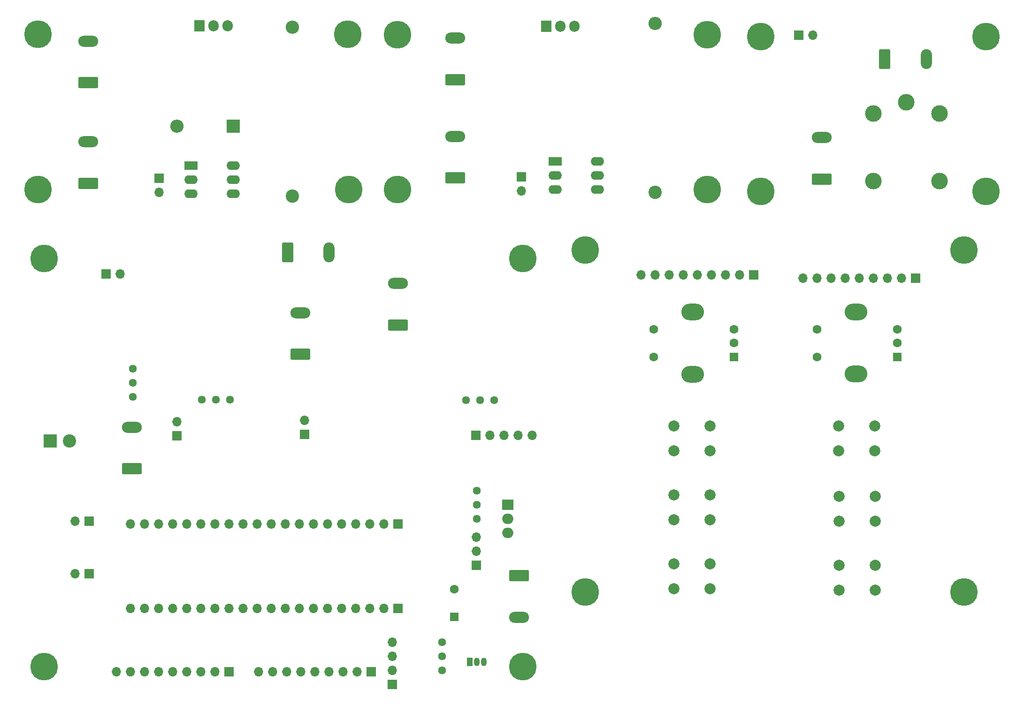
<source format=gbr>
%TF.GenerationSoftware,KiCad,Pcbnew,8.0.2*%
%TF.CreationDate,2025-04-12T12:52:08+03:00*%
%TF.ProjectId,Station,53746174-696f-46e2-9e6b-696361645f70,rev?*%
%TF.SameCoordinates,Original*%
%TF.FileFunction,Copper,L1,Top*%
%TF.FilePolarity,Positive*%
%FSLAX46Y46*%
G04 Gerber Fmt 4.6, Leading zero omitted, Abs format (unit mm)*
G04 Created by KiCad (PCBNEW 8.0.2) date 2025-04-12 12:52:08*
%MOMM*%
%LPD*%
G01*
G04 APERTURE LIST*
G04 Aperture macros list*
%AMRoundRect*
0 Rectangle with rounded corners*
0 $1 Rounding radius*
0 $2 $3 $4 $5 $6 $7 $8 $9 X,Y pos of 4 corners*
0 Add a 4 corners polygon primitive as box body*
4,1,4,$2,$3,$4,$5,$6,$7,$8,$9,$2,$3,0*
0 Add four circle primitives for the rounded corners*
1,1,$1+$1,$2,$3*
1,1,$1+$1,$4,$5*
1,1,$1+$1,$6,$7*
1,1,$1+$1,$8,$9*
0 Add four rect primitives between the rounded corners*
20,1,$1+$1,$2,$3,$4,$5,0*
20,1,$1+$1,$4,$5,$6,$7,0*
20,1,$1+$1,$6,$7,$8,$9,0*
20,1,$1+$1,$8,$9,$2,$3,0*%
G04 Aperture macros list end*
%TA.AperFunction,ComponentPad*%
%ADD10C,1.440000*%
%TD*%
%TA.AperFunction,ComponentPad*%
%ADD11R,1.700000X1.700000*%
%TD*%
%TA.AperFunction,ComponentPad*%
%ADD12O,1.700000X1.700000*%
%TD*%
%TA.AperFunction,ComponentPad*%
%ADD13R,1.050000X1.500000*%
%TD*%
%TA.AperFunction,ComponentPad*%
%ADD14O,1.050000X1.500000*%
%TD*%
%TA.AperFunction,ComponentPad*%
%ADD15R,2.400000X2.400000*%
%TD*%
%TA.AperFunction,ComponentPad*%
%ADD16C,2.400000*%
%TD*%
%TA.AperFunction,ComponentPad*%
%ADD17RoundRect,0.250000X-1.550000X0.750000X-1.550000X-0.750000X1.550000X-0.750000X1.550000X0.750000X0*%
%TD*%
%TA.AperFunction,ComponentPad*%
%ADD18O,3.600000X2.000000*%
%TD*%
%TA.AperFunction,ComponentPad*%
%ADD19R,2.000000X1.905000*%
%TD*%
%TA.AperFunction,ComponentPad*%
%ADD20O,2.000000X1.905000*%
%TD*%
%TA.AperFunction,ComponentPad*%
%ADD21RoundRect,0.250000X-0.750000X-1.550000X0.750000X-1.550000X0.750000X1.550000X-0.750000X1.550000X0*%
%TD*%
%TA.AperFunction,ComponentPad*%
%ADD22O,2.000000X3.600000*%
%TD*%
%TA.AperFunction,ComponentPad*%
%ADD23C,2.000000*%
%TD*%
%TA.AperFunction,ComponentPad*%
%ADD24R,1.905000X2.000000*%
%TD*%
%TA.AperFunction,ComponentPad*%
%ADD25O,1.905000X2.000000*%
%TD*%
%TA.AperFunction,ComponentPad*%
%ADD26RoundRect,0.250000X0.550000X0.550000X-0.550000X0.550000X-0.550000X-0.550000X0.550000X-0.550000X0*%
%TD*%
%TA.AperFunction,ComponentPad*%
%ADD27C,1.600000*%
%TD*%
%TA.AperFunction,ComponentPad*%
%ADD28O,4.100000X3.000000*%
%TD*%
%TA.AperFunction,ComponentPad*%
%ADD29R,2.400000X1.600000*%
%TD*%
%TA.AperFunction,ComponentPad*%
%ADD30O,2.400000X1.600000*%
%TD*%
%TA.AperFunction,ComponentPad*%
%ADD31O,2.400000X2.400000*%
%TD*%
%TA.AperFunction,ComponentPad*%
%ADD32RoundRect,0.250000X1.550000X-0.750000X1.550000X0.750000X-1.550000X0.750000X-1.550000X-0.750000X0*%
%TD*%
%TA.AperFunction,ComponentPad*%
%ADD33R,1.600000X1.600000*%
%TD*%
%TA.AperFunction,ComponentPad*%
%ADD34C,3.000000*%
%TD*%
%TA.AperFunction,ViaPad*%
%ADD35C,5.000000*%
%TD*%
G04 APERTURE END LIST*
D10*
%TO.P,RV6,1,1*%
%TO.N,Net-(J40-Pin_2)*%
X106934000Y-111007750D03*
%TO.P,RV6,2,2*%
%TO.N,Net-(Q6-C)*%
X106934000Y-108467750D03*
%TO.P,RV6,3,3*%
X106934000Y-105927750D03*
%TD*%
D11*
%TO.P,J15,1,Pin_1*%
%TO.N,+3V3*%
X62201100Y-138591750D03*
D12*
%TO.P,J15,2,Pin_2*%
%TO.N,/MController/E2B3*%
X59661100Y-138591750D03*
%TO.P,J15,3,Pin_3*%
%TO.N,/MController/E2B2*%
X57121100Y-138591750D03*
%TO.P,J15,4,Pin_4*%
%TO.N,/MController/E2B1*%
X54581100Y-138591750D03*
%TO.P,J15,5,Pin_5*%
%TO.N,/MController/E2S*%
X52041100Y-138591750D03*
%TO.P,J15,6,Pin_6*%
%TO.N,/MController/E2BI*%
X49501100Y-138591750D03*
%TO.P,J15,7,Pin_7*%
%TO.N,/MController/E2B*%
X46961100Y-138591750D03*
%TO.P,J15,8,Pin_8*%
%TO.N,/MController/E2A*%
X44421100Y-138591750D03*
%TO.P,J15,9,Pin_9*%
%TO.N,GND*%
X41881100Y-138591750D03*
%TD*%
D13*
%TO.P,U1,1,REF*%
%TO.N,Net-(U1-REF)*%
X105664000Y-136779000D03*
D14*
%TO.P,U1,2,A*%
%TO.N,Motor-*%
X106934000Y-136779000D03*
%TO.P,U1,3,K*%
%TO.N,Net-(J40-Pin_1)*%
X108204000Y-136779000D03*
%TD*%
D15*
%TO.P,J16,1,Pin_1*%
%TO.N,/ZCD/AC *%
X29943100Y-96935750D03*
D16*
%TO.P,J16,2,Pin_2*%
%TO.N,/ZCD/~AC*%
X33443100Y-96935750D03*
%TD*%
D11*
%TO.P,J25,1,Pin_1*%
%TO.N,Net-(J25-Pin_1)*%
X164942000Y-23689000D03*
D12*
%TO.P,J25,2,Pin_2*%
%TO.N,Net-(J25-Pin_2)*%
X167482000Y-23689000D03*
%TD*%
D17*
%TO.P,J22,1,Pin_1*%
%TO.N,Net-(J22-Pin_1)*%
X114554000Y-121239000D03*
D18*
%TO.P,J22,2,Pin_2*%
%TO.N,Motor-*%
X114554000Y-128739000D03*
%TD*%
D19*
%TO.P,Q10,1,G*%
%TO.N,Net-(J40-Pin_2)*%
X112522000Y-108479000D03*
D20*
%TO.P,Q10,2,D*%
%TO.N,Net-(J22-Pin_1)*%
X112522000Y-111019000D03*
%TO.P,Q10,3,S*%
%TO.N,Motor+*%
X112522000Y-113559000D03*
%TD*%
D21*
%TO.P,J26,1,Pin_1*%
%TO.N,Net-(J26-Pin_1)*%
X180496000Y-27967500D03*
D22*
%TO.P,J26,2,Pin_2*%
%TO.N,Net-(J25-Pin_2)*%
X187996000Y-27967500D03*
%TD*%
D23*
%TO.P,SW7,1,1*%
%TO.N,Net-(D16-K)*%
X178712000Y-98734000D03*
X172212000Y-98734000D03*
%TO.P,SW7,2,2*%
%TO.N,/ENCODER/GND*%
X178712000Y-94234000D03*
X172212000Y-94234000D03*
%TD*%
D11*
%TO.P,J8,1,Pin_1*%
%TO.N,Net-(J8-Pin_1)*%
X52776600Y-95965250D03*
D12*
%TO.P,J8,2,Pin_2*%
%TO.N,GND*%
X52776600Y-93425250D03*
%TD*%
D10*
%TO.P,RV1,1,1*%
%TO.N,Net-(U5B--)*%
X62326600Y-89508250D03*
%TO.P,RV1,2,2*%
%TO.N,Net-(R3-Pad1)*%
X59786600Y-89508250D03*
%TO.P,RV1,3,3*%
X57246600Y-89508250D03*
%TD*%
D11*
%TO.P,J6,1,Pin_1*%
%TO.N,Net-(J6-Pin_1)*%
X36927350Y-120904000D03*
D12*
%TO.P,J6,2,Pin_2*%
%TO.N,GND*%
X34387350Y-120904000D03*
%TD*%
D24*
%TO.P,Q5,1,A1*%
%TO.N,Net-(J5-Pin_2)*%
X56888500Y-21963500D03*
D25*
%TO.P,Q5,2,A2*%
%TO.N,Net-(D7-A)*%
X59428500Y-21963500D03*
%TO.P,Q5,3,G*%
%TO.N,Net-(Q5-G)*%
X61968500Y-21963500D03*
%TD*%
D11*
%TO.P,U8,1,VB*%
%TO.N,unconnected-(U8-VB-Pad1)*%
X92681100Y-111921750D03*
D12*
%TO.P,U8,2,C13*%
%TO.N,/FAN/~FAN_FULL_Speed*%
X90141100Y-111921750D03*
%TO.P,U8,3,C14*%
%TO.N,/MController/ZCD*%
X87601100Y-111921750D03*
%TO.P,U8,4,C15*%
%TO.N,/FAN/FAN_OFF{slash}ON*%
X85061100Y-111921750D03*
%TO.P,U8,5,A0*%
%TO.N,/FAN/FAN_Speed_Analog*%
X82521100Y-111921750D03*
%TO.P,U8,6,A1*%
%TO.N,/FAN/FAN_Analog*%
X79981100Y-111921750D03*
%TO.P,U8,7,A2*%
%TO.N,/FAN/Gerkon*%
X77441100Y-111921750D03*
%TO.P,U8,8,A3*%
%TO.N,/MController/SOLDER_PWM*%
X74901100Y-111921750D03*
%TO.P,U8,9,A4*%
%TO.N,/MController/Solder_Full_Power*%
X72361100Y-111921750D03*
%TO.P,U8,10,A5*%
%TO.N,/MController/Vibration_Detection*%
X69821100Y-111921750D03*
%TO.P,U8,11,A6*%
%TO.N,/MController/Solder_Analog*%
X67281100Y-111921750D03*
%TO.P,U8,12,A7*%
%TO.N,/MController/TABLE_Analog*%
X64741100Y-111921750D03*
%TO.P,U8,13,B0*%
%TO.N,/MController/TABLE_Control+*%
X62201100Y-111921750D03*
%TO.P,U8,14,B1*%
%TO.N,/MController/ZCD*%
X59661100Y-111921750D03*
%TO.P,U8,15,B10*%
%TO.N,/MController/Reley_Control*%
X57121100Y-111921750D03*
%TO.P,U8,16,B11*%
%TO.N,/MController/FAN_Control+*%
X54581100Y-111921750D03*
%TO.P,U8,17,R*%
%TO.N,unconnected-(U8-R-Pad17)*%
X52041100Y-111921750D03*
%TO.P,U8,18,3V3*%
%TO.N,+3V3*%
X49501100Y-111921750D03*
%TO.P,U8,19,GND*%
%TO.N,GND*%
X46961100Y-111921750D03*
%TO.P,U8,20,GND*%
X44421100Y-111921750D03*
%TO.P,U8,21,B12*%
%TO.N,/MController/E2A*%
X44421100Y-127161750D03*
%TO.P,U8,22,B13*%
%TO.N,/MController/E2B*%
X46961100Y-127161750D03*
%TO.P,U8,23,B14*%
%TO.N,/MController/E2BI*%
X49501100Y-127161750D03*
%TO.P,U8,24,B15*%
%TO.N,/MController/E2S*%
X52041100Y-127161750D03*
%TO.P,U8,25,A8*%
%TO.N,/MController/E2B1*%
X54581100Y-127161750D03*
%TO.P,U8,26,A9*%
%TO.N,/MController/E2B2*%
X57121100Y-127161750D03*
%TO.P,U8,27,A10*%
%TO.N,/MController/E2B3*%
X59661100Y-127161750D03*
%TO.P,U8,28,A11*%
%TO.N,/MController/E1A*%
X62201100Y-127161750D03*
%TO.P,U8,29,A12*%
%TO.N,/MController/E1S*%
X64741100Y-127161750D03*
%TO.P,U8,30,A15*%
%TO.N,/MController/E1B*%
X67281100Y-127161750D03*
%TO.P,U8,31,B3*%
%TO.N,/MController/E1BI*%
X69821100Y-127161750D03*
%TO.P,U8,32,B4*%
%TO.N,/MController/E1B1*%
X72361100Y-127161750D03*
%TO.P,U8,33,B5*%
%TO.N,/MController/E1B2*%
X74901100Y-127161750D03*
%TO.P,U8,34,B6*%
%TO.N,/MController/SCL*%
X77441100Y-127161750D03*
%TO.P,U8,35,B7*%
%TO.N,/MController/SDA*%
X79981100Y-127161750D03*
%TO.P,U8,36,B8*%
%TO.N,/MController/E1B3*%
X82521100Y-127161750D03*
%TO.P,U8,37,B9*%
%TO.N,/FAN/~FAN_FULL_Speed*%
X85061100Y-127161750D03*
%TO.P,U8,38,5V*%
%TO.N,unconnected-(U8-5V-Pad38)*%
X87601100Y-127161750D03*
%TO.P,U8,39,GND*%
%TO.N,GND*%
X90141100Y-127161750D03*
D11*
%TO.P,U8,40,3V3*%
%TO.N,+3V3*%
X92681100Y-127161750D03*
%TD*%
D26*
%TO.P,SW1,A,A*%
%TO.N,Net-(C6-Pad1)*%
X182764000Y-81752000D03*
D27*
%TO.P,SW1,B,B*%
%TO.N,Net-(C5-Pad1)*%
X182764000Y-76752000D03*
%TO.P,SW1,C,C*%
%TO.N,/ENCODER/GND*%
X182764000Y-79252000D03*
%TO.P,SW1,S1,S1*%
%TO.N,Net-(D17-K)*%
X168264000Y-81752000D03*
%TO.P,SW1,S2,S2*%
%TO.N,/ENCODER/GND*%
X168264000Y-76752000D03*
D28*
%TO.P,SW1,SH*%
%TO.N,N/C*%
X175264000Y-84852000D03*
X175264000Y-73652000D03*
%TD*%
D29*
%TO.P,U6,1*%
%TO.N,/TABLE/TABLE_Control+*%
X121031250Y-46482000D03*
D30*
%TO.P,U6,2*%
%TO.N,/TABLE/TABLE_Control-*%
X121031250Y-49022000D03*
%TO.P,U6,3,NC*%
%TO.N,unconnected-(U6-NC-Pad3)*%
X121031250Y-51562000D03*
%TO.P,U6,4*%
%TO.N,Net-(R45-Pad1)*%
X128651250Y-51562000D03*
%TO.P,U6,5,NC*%
%TO.N,unconnected-(U6-NC-Pad5)*%
X128651250Y-49022000D03*
%TO.P,U6,6*%
%TO.N,Net-(J10-Pin_1)*%
X128651250Y-46482000D03*
%TD*%
D15*
%TO.P,D7,1,K*%
%TO.N,Net-(D7-K)*%
X62984500Y-40124500D03*
D31*
%TO.P,D7,2,A*%
%TO.N,Net-(D7-A)*%
X52824500Y-40124500D03*
%TD*%
D23*
%TO.P,SW5,1,1*%
%TO.N,Net-(D21-K)*%
X148994000Y-98734000D03*
X142494000Y-98734000D03*
%TO.P,SW5,2,2*%
%TO.N,/ENCODER2/GND*%
X148994000Y-94234000D03*
X142494000Y-94234000D03*
%TD*%
D32*
%TO.P,J11,1,Pin_1*%
%TO.N,Net-(J10-Pin_2)*%
X102957750Y-31735000D03*
D18*
%TO.P,J11,2,Pin_2*%
%TO.N,Net-(J11-Pin_2)*%
X102957750Y-24235000D03*
%TD*%
D11*
%TO.P,J13,1,Pin_1*%
%TO.N,GND*%
X87855100Y-138591750D03*
D12*
%TO.P,J13,2,Pin_2*%
%TO.N,/MController/E1B3*%
X85315100Y-138591750D03*
%TO.P,J13,3,Pin_3*%
%TO.N,/MController/E1B2*%
X82775100Y-138591750D03*
%TO.P,J13,4,Pin_4*%
%TO.N,/MController/E1B1*%
X80235100Y-138591750D03*
%TO.P,J13,5,Pin_5*%
%TO.N,/MController/E1BI*%
X77695100Y-138591750D03*
%TO.P,J13,6,Pin_6*%
%TO.N,/MController/E1B*%
X75155100Y-138591750D03*
%TO.P,J13,7,Pin_7*%
%TO.N,/MController/E1S*%
X72615100Y-138591750D03*
%TO.P,J13,8,Pin_8*%
%TO.N,/MController/E1A*%
X70075100Y-138591750D03*
%TO.P,J13,9,Pin_9*%
%TO.N,+3V3*%
X67535100Y-138591750D03*
%TD*%
D10*
%TO.P,RV4,1,1*%
%TO.N,Net-(J40-Pin_1)*%
X100659000Y-138309000D03*
%TO.P,RV4,2,2*%
%TO.N,Net-(U1-REF)*%
X100659000Y-135769000D03*
%TO.P,RV4,3,3*%
%TO.N,Motor-*%
X100659000Y-133229000D03*
%TD*%
D23*
%TO.P,SW8,1,1*%
%TO.N,Net-(D19-K)*%
X148994000Y-123590000D03*
X142494000Y-123590000D03*
%TO.P,SW8,2,2*%
%TO.N,/ENCODER2/GND*%
X148994000Y-119090000D03*
X142494000Y-119090000D03*
%TD*%
D32*
%TO.P,J10,1,Pin_1*%
%TO.N,Net-(J10-Pin_1)*%
X102997250Y-49455000D03*
D18*
%TO.P,J10,2,Pin_2*%
%TO.N,Net-(J10-Pin_2)*%
X102997250Y-41955000D03*
%TD*%
D33*
%TO.P,C8,1*%
%TO.N,Net-(J22-Pin_1)*%
X102870000Y-128672000D03*
D27*
%TO.P,C8,2*%
%TO.N,Motor-*%
X102870000Y-123672000D03*
%TD*%
D32*
%TO.P,J4,1,Pin_1*%
%TO.N,Net-(D7-A)*%
X36822500Y-50418500D03*
D18*
%TO.P,J4,2,Pin_2*%
%TO.N,Net-(J4-Pin_2)*%
X36822500Y-42918500D03*
%TD*%
D23*
%TO.P,SW6,1,1*%
%TO.N,Net-(D23-K)*%
X148994000Y-111180000D03*
X142494000Y-111180000D03*
%TO.P,SW6,2,2*%
%TO.N,/ENCODER2/GND*%
X148994000Y-106680000D03*
X142494000Y-106680000D03*
%TD*%
D34*
%TO.P,K1,11*%
%TO.N,Net-(J12-Pin_2)*%
X184404000Y-35786000D03*
%TO.P,K1,12*%
%TO.N,unconnected-(K1-Pad12)*%
X190404000Y-49986000D03*
%TO.P,K1,14*%
%TO.N,Net-(J12-Pin_1)*%
X178404000Y-49986000D03*
%TO.P,K1,A1*%
%TO.N,Net-(Q9-D1)*%
X178404000Y-37786000D03*
%TO.P,K1,A2*%
%TO.N,Net-(J25-Pin_2)*%
X190404000Y-37786000D03*
%TD*%
D29*
%TO.P,U3,1*%
%TO.N,/FAN/FAN_Control+*%
X55349500Y-47251500D03*
D30*
%TO.P,U3,2*%
%TO.N,/FAN/FAN_Control-*%
X55349500Y-49791500D03*
%TO.P,U3,3,NC*%
%TO.N,unconnected-(U3-NC-Pad3)*%
X55349500Y-52331500D03*
%TO.P,U3,4*%
%TO.N,Net-(Q5-G)*%
X62969500Y-52331500D03*
%TO.P,U3,5,NC*%
%TO.N,unconnected-(U3-NC-Pad5)*%
X62969500Y-49791500D03*
%TO.P,U3,6*%
%TO.N,Net-(R34-Pad1)*%
X62969500Y-47251500D03*
%TD*%
D32*
%TO.P,J17,1,Pin_1*%
%TO.N,+3V3*%
X44635600Y-101955750D03*
D18*
%TO.P,J17,2,Pin_2*%
%TO.N,GND*%
X44635600Y-94455750D03*
%TD*%
D11*
%TO.P,J9,1,Pin_1*%
%TO.N,/TABLE/TABLE_Control+*%
X114960250Y-49261000D03*
D12*
%TO.P,J9,2,Pin_2*%
%TO.N,/TABLE/TABLE_Control-*%
X114960250Y-51801000D03*
%TD*%
D11*
%TO.P,J21,1,Pin_1*%
%TO.N,Gerkon_in*%
X106709600Y-95876750D03*
D12*
%TO.P,J21,2,Pin_2*%
%TO.N,FAN_Termistor*%
X109249600Y-95876750D03*
%TO.P,J21,3,Pin_3*%
%TO.N,Motor+*%
X111789600Y-95876750D03*
%TO.P,J21,4,Pin_4*%
%TO.N,Motor-*%
X114329600Y-95876750D03*
%TO.P,J21,5,Pin_5*%
%TO.N,GND*%
X116869600Y-95876750D03*
%TD*%
D16*
%TO.P,R34,1*%
%TO.N,Net-(R34-Pad1)*%
X73652500Y-52702500D03*
D31*
%TO.P,R34,2*%
%TO.N,Net-(D7-K)*%
X73652500Y-22222500D03*
%TD*%
D23*
%TO.P,SW3,1,1*%
%TO.N,Net-(D22-K)*%
X178750000Y-111398000D03*
X172250000Y-111398000D03*
%TO.P,SW3,2,2*%
%TO.N,/ENCODER/GND*%
X178750000Y-106898000D03*
X172250000Y-106898000D03*
%TD*%
D26*
%TO.P,SW4,A,A*%
%TO.N,Net-(C10-Pad1)*%
X153300000Y-81765000D03*
D27*
%TO.P,SW4,B,B*%
%TO.N,Net-(C4-Pad1)*%
X153300000Y-76765000D03*
%TO.P,SW4,C,C*%
%TO.N,/ENCODER2/GND*%
X153300000Y-79265000D03*
%TO.P,SW4,S1,S1*%
%TO.N,Net-(D20-K)*%
X138800000Y-81765000D03*
%TO.P,SW4,S2,S2*%
%TO.N,/ENCODER2/GND*%
X138800000Y-76765000D03*
D28*
%TO.P,SW4,SH*%
%TO.N,N/C*%
X145800000Y-84865000D03*
X145800000Y-73665000D03*
%TD*%
D32*
%TO.P,J19,1,Pin_1*%
%TO.N,+24V*%
X92700100Y-76004750D03*
D18*
%TO.P,J19,2,Pin_2*%
%TO.N,GND*%
X92700100Y-68504750D03*
%TD*%
D11*
%TO.P,J23,1,Pin_1*%
%TO.N,Table_Termistor*%
X39975350Y-66807000D03*
D12*
%TO.P,J23,2,Pin_2*%
%TO.N,GND*%
X42515350Y-66807000D03*
%TD*%
D21*
%TO.P,J18,1,Pin_1*%
%TO.N,+5V*%
X72733600Y-62888500D03*
D22*
%TO.P,J18,2,Pin_2*%
%TO.N,GND*%
X80233600Y-62888500D03*
%TD*%
D23*
%TO.P,SW2,1,1*%
%TO.N,Net-(D18-K)*%
X178750000Y-123880000D03*
X172250000Y-123880000D03*
%TO.P,SW2,2,2*%
%TO.N,/ENCODER/GND*%
X178750000Y-119380000D03*
X172250000Y-119380000D03*
%TD*%
D11*
%TO.P,J40,1,Pin_1*%
%TO.N,Net-(J40-Pin_1)*%
X106808100Y-119374750D03*
D12*
%TO.P,J40,2,Pin_2*%
%TO.N,Net-(J40-Pin_2)*%
X106808100Y-116834750D03*
%TO.P,J40,3,Pin_3*%
X106808100Y-114294750D03*
%TD*%
D32*
%TO.P,J20,1,Pin_1*%
%TO.N,Net-(J20-Pin_1)*%
X75086600Y-81278750D03*
D18*
%TO.P,J20,2,Pin_2*%
%TO.N,GND*%
X75086600Y-73778750D03*
%TD*%
D11*
%TO.P,J1,1,Pin_1*%
%TO.N,Net-(J1-Pin_1)*%
X75848600Y-95754750D03*
D12*
%TO.P,J1,2,Pin_2*%
%TO.N,Net-(J1-Pin_2)*%
X75848600Y-93214750D03*
%TD*%
D32*
%TO.P,J5,1,Pin_1*%
%TO.N,Net-(J4-Pin_2)*%
X36822500Y-32257500D03*
D18*
%TO.P,J5,2,Pin_2*%
%TO.N,Net-(J5-Pin_2)*%
X36822500Y-24757500D03*
%TD*%
D10*
%TO.P,RV5,1,1*%
%TO.N,Net-(U4B--)*%
X44800600Y-83920250D03*
%TO.P,RV5,2,2*%
%TO.N,Net-(R40-Pad1)*%
X44800600Y-86460250D03*
%TO.P,RV5,3,3*%
X44800600Y-89000250D03*
%TD*%
D24*
%TO.P,Q7,1,A1*%
%TO.N,Net-(J11-Pin_2)*%
X119425250Y-22083000D03*
D25*
%TO.P,Q7,2,A2*%
%TO.N,Net-(J10-Pin_1)*%
X121965250Y-22083000D03*
%TO.P,Q7,3,G*%
%TO.N,Net-(Q7-G)*%
X124505250Y-22083000D03*
%TD*%
D11*
%TO.P,J24,1,Pin_1*%
%TO.N,Net-(J24-Pin_1)*%
X36927350Y-111413750D03*
D12*
%TO.P,J24,2,Pin_2*%
%TO.N,GND*%
X34387350Y-111413750D03*
%TD*%
D32*
%TO.P,J12,1,Pin_1*%
%TO.N,Net-(J12-Pin_1)*%
X169093500Y-49664000D03*
D18*
%TO.P,J12,2,Pin_2*%
%TO.N,Net-(J12-Pin_2)*%
X169093500Y-42164000D03*
%TD*%
D16*
%TO.P,R45,1*%
%TO.N,Net-(R45-Pad1)*%
X139065250Y-52060000D03*
D31*
%TO.P,R45,2*%
%TO.N,Net-(Q7-G)*%
X139065250Y-21580000D03*
%TD*%
D11*
%TO.P,J2,1,Pin_1*%
%TO.N,+3V3*%
X91665100Y-140877750D03*
D12*
%TO.P,J2,2,Pin_2*%
%TO.N,GND*%
X91665100Y-138337750D03*
%TO.P,J2,3,Pin_3*%
%TO.N,Net-(J2-Pin_3)*%
X91665100Y-135797750D03*
%TO.P,J2,4,Pin_4*%
%TO.N,Net-(J2-Pin_4)*%
X91665100Y-133257750D03*
%TD*%
D11*
%TO.P,J7,1,Pin_1*%
%TO.N,/FAN/FAN_Control+*%
X49547500Y-49542500D03*
D12*
%TO.P,J7,2,Pin_2*%
%TO.N,/FAN/FAN_Control-*%
X49547500Y-52082500D03*
%TD*%
D10*
%TO.P,RV2,1,1*%
%TO.N,Net-(U2B--)*%
X110011600Y-89526750D03*
%TO.P,RV2,2,2*%
%TO.N,Net-(R23-Pad1)*%
X107471600Y-89526750D03*
%TO.P,RV2,3,3*%
X104931600Y-89526750D03*
%TD*%
D11*
%TO.P,J3,1,Pin_1*%
%TO.N,/ENCODER/GND*%
X186080000Y-67543000D03*
D12*
%TO.P,J3,2,Pin_2*%
%TO.N,/ENCODER/Button3*%
X183540000Y-67543000D03*
%TO.P,J3,3,Pin_3*%
%TO.N,/ENCODER/Button2*%
X181000000Y-67543000D03*
%TO.P,J3,4,Pin_4*%
%TO.N,/ENCODER/Batton1*%
X178460000Y-67543000D03*
%TO.P,J3,5,Pin_5*%
%TO.N,/ENCODER/Encoder_int*%
X175920000Y-67543000D03*
%TO.P,J3,6,Pin_6*%
%TO.N,/ENCODER/B*%
X173380000Y-67543000D03*
%TO.P,J3,7,Pin_7*%
%TO.N,/ENCODER/S*%
X170840000Y-67543000D03*
%TO.P,J3,8,Pin_8*%
%TO.N,/ENCODER/A*%
X168300000Y-67543000D03*
%TO.P,J3,9,Pin_9*%
%TO.N,/ENCODER/3v3*%
X165760000Y-67543000D03*
%TD*%
D11*
%TO.P,J14,1,Pin_1*%
%TO.N,/ENCODER2/3v3*%
X156839000Y-66933000D03*
D12*
%TO.P,J14,2,Pin_2*%
%TO.N,/ENCODER2/Button3*%
X154299000Y-66933000D03*
%TO.P,J14,3,Pin_3*%
%TO.N,/ENCODER2/Button2*%
X151759000Y-66933000D03*
%TO.P,J14,4,Pin_4*%
%TO.N,/ENCODER2/Batton1*%
X149219000Y-66933000D03*
%TO.P,J14,5,Pin_5*%
%TO.N,/ENCODER2/S*%
X146679000Y-66933000D03*
%TO.P,J14,6,Pin_6*%
%TO.N,/ENCODER2/Encoder_int*%
X144139000Y-66933000D03*
%TO.P,J14,7,Pin_7*%
%TO.N,/ENCODER2/B*%
X141599000Y-66933000D03*
%TO.P,J14,8,Pin_8*%
%TO.N,/ENCODER2/A*%
X139059000Y-66933000D03*
%TO.P,J14,9,Pin_9*%
%TO.N,/ENCODER2/GND*%
X136519000Y-66933000D03*
%TD*%
D35*
%TO.N,*%
X92574750Y-23640500D03*
X194818000Y-62484000D03*
X148454750Y-51580500D03*
X92574750Y-51580500D03*
X28799350Y-137668000D03*
X28799350Y-64008000D03*
X83653000Y-23555250D03*
X198756500Y-23951000D03*
X158116500Y-23951000D03*
X126492000Y-124206000D03*
X115159350Y-137668000D03*
X198756500Y-51891000D03*
X115159350Y-64008000D03*
X27773000Y-23555250D03*
X158116500Y-51891000D03*
X148454750Y-23640500D03*
X194818000Y-124206000D03*
X126492000Y-62484000D03*
X27773000Y-51554500D03*
X83788250Y-51554500D03*
%TD*%
M02*

</source>
